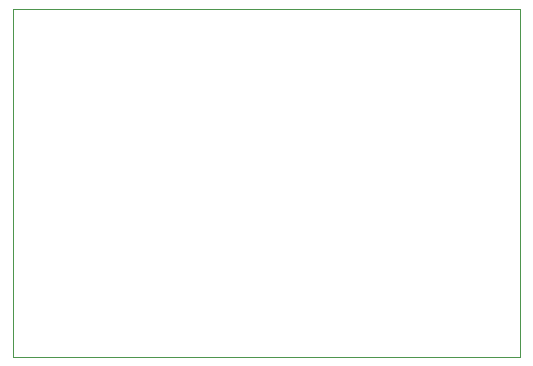
<source format=gbr>
G04 #@! TF.GenerationSoftware,KiCad,Pcbnew,(5.1.5)-3*
G04 #@! TF.CreationDate,2020-01-24T11:16:49+01:00*
G04 #@! TF.ProjectId,Ladestandsanzeige,4c616465-7374-4616-9e64-73616e7a6569,rev?*
G04 #@! TF.SameCoordinates,Original*
G04 #@! TF.FileFunction,Profile,NP*
%FSLAX46Y46*%
G04 Gerber Fmt 4.6, Leading zero omitted, Abs format (unit mm)*
G04 Created by KiCad (PCBNEW (5.1.5)-3) date 2020-01-24 11:16:49*
%MOMM*%
%LPD*%
G04 APERTURE LIST*
%ADD10C,0.050000*%
G04 APERTURE END LIST*
D10*
X162560000Y-97536000D02*
X162560000Y-127000000D01*
X119634000Y-97536000D02*
X162560000Y-97536000D01*
X119634000Y-127000000D02*
X119634000Y-97536000D01*
X162560000Y-127000000D02*
X119634000Y-127000000D01*
M02*

</source>
